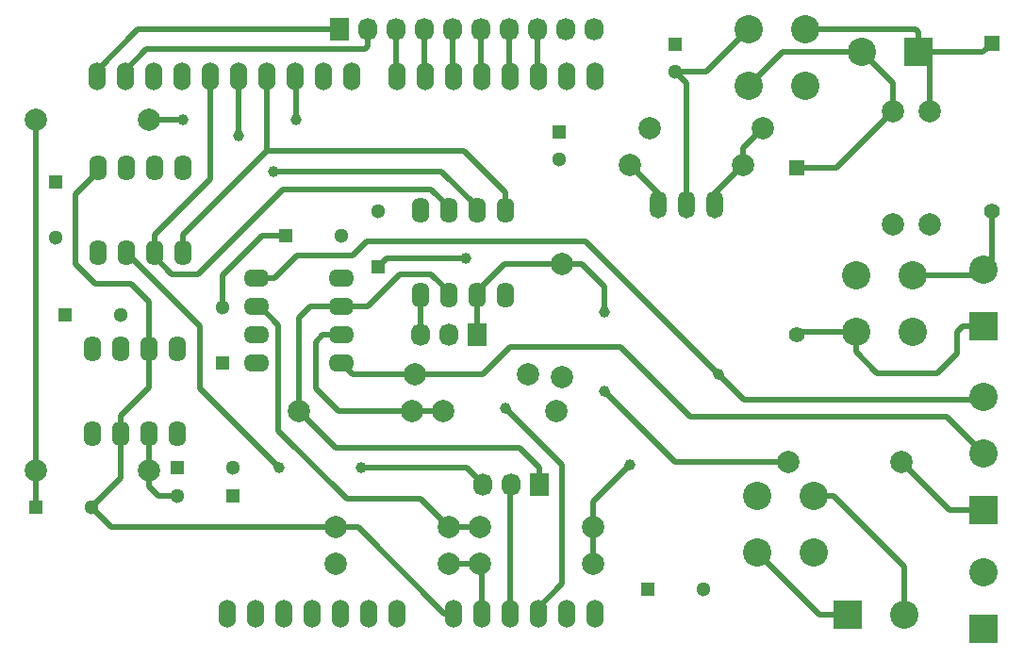
<source format=gbr>
G04 #@! TF.FileFunction,Copper,L2,Bot,Signal*
%FSLAX46Y46*%
G04 Gerber Fmt 4.6, Leading zero omitted, Abs format (unit mm)*
G04 Created by KiCad (PCBNEW 4.0.2+dfsg1-stable) date dim. 24 juil. 2016 19:10:33 CEST*
%MOMM*%
G01*
G04 APERTURE LIST*
%ADD10C,0.100000*%
%ADD11O,1.524000X2.540000*%
%ADD12C,2.540000*%
%ADD13R,2.540000X2.540000*%
%ADD14C,1.998980*%
%ADD15R,1.300000X1.300000*%
%ADD16C,1.300000*%
%ADD17R,1.727200X2.032000*%
%ADD18O,1.727200X2.032000*%
%ADD19O,2.300000X1.600000*%
%ADD20O,1.600000X2.300000*%
%ADD21O,1.501140X2.499360*%
%ADD22R,1.400000X1.400000*%
%ADD23C,1.400000*%
%ADD24C,1.000000*%
%ADD25C,0.500000*%
G04 APERTURE END LIST*
D10*
D11*
X212001100Y-102463600D03*
X209461100Y-102463600D03*
X206921100Y-102463600D03*
X199301100Y-102463600D03*
X201841100Y-102463600D03*
X204381100Y-102463600D03*
X194221100Y-102463600D03*
X191681100Y-102463600D03*
X189141100Y-102463600D03*
X184061100Y-102463600D03*
X181521100Y-102463600D03*
X212001100Y-54203600D03*
X209461100Y-54203600D03*
X206921100Y-54203600D03*
X204381100Y-54203600D03*
X201841100Y-54203600D03*
X199301100Y-54203600D03*
X196761100Y-54203600D03*
X194221100Y-54203600D03*
X190157100Y-54203600D03*
X187617100Y-54203600D03*
X185077100Y-54203600D03*
X182537100Y-54203600D03*
X179997100Y-54203600D03*
X177457100Y-54203600D03*
X174917100Y-54203600D03*
X172377100Y-54203600D03*
X186601100Y-102463600D03*
X169837100Y-54203600D03*
X167297100Y-54203600D03*
X178981100Y-102463600D03*
D12*
X226568000Y-91948000D03*
X226568000Y-97028000D03*
X231648000Y-97028000D03*
X231648000Y-91948000D03*
X240554919Y-77199081D03*
X240554919Y-72119081D03*
X235474919Y-72119081D03*
X235474919Y-77199081D03*
X230886000Y-55118000D03*
X230886000Y-50038000D03*
X225806000Y-50038000D03*
X225806000Y-55118000D03*
D13*
X234696000Y-102616000D03*
D12*
X239776000Y-102616000D03*
D14*
X188722000Y-94742000D03*
X198882000Y-94742000D03*
D15*
X178562000Y-80010000D03*
D16*
X178562000Y-75010000D03*
D13*
X246888000Y-93218000D03*
D12*
X246888000Y-88138000D03*
X246888000Y-83058000D03*
D15*
X216742000Y-100330000D03*
D16*
X221742000Y-100330000D03*
D15*
X179498000Y-91948000D03*
D16*
X174498000Y-91948000D03*
D15*
X161798000Y-92964000D03*
D16*
X166798000Y-92964000D03*
X219202000Y-53848000D03*
D15*
X219202000Y-51348000D03*
D16*
X208788000Y-61722000D03*
D15*
X208788000Y-59222000D03*
X174498000Y-89408000D03*
D16*
X179498000Y-89408000D03*
D15*
X164418000Y-75692000D03*
D16*
X169418000Y-75692000D03*
D15*
X163576000Y-63754000D03*
D16*
X163576000Y-68754000D03*
D15*
X192532000Y-71374000D03*
D16*
X192532000Y-66374000D03*
D15*
X184230000Y-68580000D03*
D16*
X189230000Y-68580000D03*
D17*
X201422000Y-77470000D03*
D18*
X198882000Y-77470000D03*
X196342000Y-77470000D03*
D17*
X207010000Y-90932000D03*
D18*
X204470000Y-90932000D03*
X201930000Y-90932000D03*
D13*
X246888000Y-103886000D03*
D12*
X246888000Y-98806000D03*
D13*
X246888000Y-76708000D03*
D12*
X246888000Y-71628000D03*
D13*
X241046000Y-52070000D03*
D12*
X235966000Y-52070000D03*
D14*
X201676000Y-98044000D03*
X211836000Y-98044000D03*
X188722000Y-98044000D03*
X198882000Y-98044000D03*
X201676000Y-94742000D03*
X211836000Y-94742000D03*
X161798000Y-89662000D03*
X171958000Y-89662000D03*
X171958000Y-58166000D03*
X161798000Y-58166000D03*
X238760000Y-67564000D03*
X238760000Y-57404000D03*
X242062000Y-67564000D03*
X242062000Y-57404000D03*
X239522000Y-88900000D03*
X229362000Y-88900000D03*
X209042000Y-71120000D03*
X209042000Y-81280000D03*
X195834000Y-81026000D03*
X205994000Y-81026000D03*
X208534000Y-84328000D03*
X198374000Y-84328000D03*
X185420000Y-84328000D03*
X195580000Y-84328000D03*
X216916000Y-58928000D03*
X227076000Y-58928000D03*
X225298000Y-62230000D03*
X215138000Y-62230000D03*
D19*
X181610000Y-72390000D03*
X181610000Y-74930000D03*
X181610000Y-77470000D03*
X181610000Y-80010000D03*
X189230000Y-80010000D03*
X189230000Y-77470000D03*
X189230000Y-74930000D03*
X189230000Y-72390000D03*
D20*
X166878000Y-86360000D03*
X169418000Y-86360000D03*
X171958000Y-86360000D03*
X174498000Y-86360000D03*
X174498000Y-78740000D03*
X171958000Y-78740000D03*
X169418000Y-78740000D03*
X166878000Y-78740000D03*
X167386000Y-70104000D03*
X169926000Y-70104000D03*
X172466000Y-70104000D03*
X175006000Y-70104000D03*
X175006000Y-62484000D03*
X172466000Y-62484000D03*
X169926000Y-62484000D03*
X167386000Y-62484000D03*
D21*
X220218000Y-65786000D03*
X222758000Y-65786000D03*
X217678000Y-65786000D03*
D20*
X196342000Y-73914000D03*
X198882000Y-73914000D03*
X201422000Y-73914000D03*
X203962000Y-73914000D03*
X203962000Y-66294000D03*
X201422000Y-66294000D03*
X198882000Y-66294000D03*
X196342000Y-66294000D03*
D17*
X189103000Y-50038000D03*
D18*
X191643000Y-50038000D03*
X194183000Y-50038000D03*
X196723000Y-50038000D03*
X199263000Y-50038000D03*
X201803000Y-50038000D03*
X204343000Y-50038000D03*
X206883000Y-50038000D03*
X209423000Y-50038000D03*
X211963000Y-50038000D03*
D22*
X230124000Y-62470000D03*
D23*
X230124000Y-77470000D03*
D22*
X247650000Y-51308000D03*
D23*
X247650000Y-66308000D03*
D24*
X200406000Y-70612000D03*
X212852000Y-75438000D03*
X212852000Y-82550000D03*
X203962000Y-84074000D03*
X191008000Y-89408000D03*
X183642000Y-89408000D03*
X223158255Y-81026000D03*
X215138000Y-89154000D03*
X185166000Y-58166000D03*
X175006000Y-58166000D03*
X183169674Y-62787792D03*
X179992345Y-59610464D03*
D25*
X178562000Y-72136000D02*
X182118000Y-68580000D01*
X193294000Y-70612000D02*
X200406000Y-70612000D01*
X178562000Y-75010000D02*
X178562000Y-72136000D01*
X182118000Y-68580000D02*
X184230000Y-68580000D01*
X192532000Y-71374000D02*
X193294000Y-70612000D01*
X171958000Y-89662000D02*
X171958000Y-91075492D01*
X171958000Y-91075492D02*
X172830508Y-91948000D01*
X172830508Y-91948000D02*
X174498000Y-91948000D01*
X171958000Y-86360000D02*
X171958000Y-89662000D01*
X161798000Y-89662000D02*
X161798000Y-58166000D01*
X161798000Y-89662000D02*
X161798000Y-92964000D01*
X167386000Y-62484000D02*
X167386000Y-62834000D01*
X171958000Y-74484628D02*
X171958000Y-78740000D01*
X167386000Y-62834000D02*
X165354000Y-64866000D01*
X165354000Y-64866000D02*
X165354000Y-71120000D01*
X170371372Y-72898000D02*
X171958000Y-74484628D01*
X165354000Y-71120000D02*
X167132000Y-72898000D01*
X167132000Y-72898000D02*
X170371372Y-72898000D01*
X188722000Y-94742000D02*
X168576000Y-94742000D01*
X168576000Y-94742000D02*
X166798000Y-92964000D01*
X188722000Y-94742000D02*
X190754000Y-94742000D01*
X190754000Y-94742000D02*
X198475600Y-102463600D01*
X198475600Y-102463600D02*
X199301100Y-102463600D01*
X169418000Y-86360000D02*
X169418000Y-90344000D01*
X169418000Y-90344000D02*
X166798000Y-92964000D01*
X169418000Y-86360000D02*
X169418000Y-84710000D01*
X171958000Y-80390000D02*
X171958000Y-78740000D01*
X169418000Y-84710000D02*
X171958000Y-82170000D01*
X171958000Y-82170000D02*
X171958000Y-80390000D01*
X230124000Y-62470000D02*
X233694000Y-62470000D01*
X233694000Y-62470000D02*
X238760000Y-57404000D01*
X235966000Y-52070000D02*
X228854000Y-52070000D01*
X228854000Y-52070000D02*
X225806000Y-55118000D01*
X238760000Y-57404000D02*
X238760000Y-54864000D01*
X238760000Y-54864000D02*
X235966000Y-52070000D01*
X235474919Y-77199081D02*
X235474919Y-78995132D01*
X235474919Y-78995132D02*
X237384324Y-80904537D01*
X242799065Y-80904537D02*
X244574920Y-79128682D01*
X237384324Y-80904537D02*
X242799065Y-80904537D01*
X244574920Y-79128682D02*
X244574920Y-77211610D01*
X244574920Y-77211610D02*
X245078530Y-76708000D01*
X245078530Y-76708000D02*
X246888000Y-76708000D01*
X246634000Y-76962000D02*
X246634000Y-76708000D01*
X235458000Y-77216000D02*
X230378000Y-77216000D01*
X230378000Y-77216000D02*
X230124000Y-77470000D01*
X246272398Y-76708000D02*
X246634000Y-76708000D01*
X230886000Y-50038000D02*
X240784000Y-50038000D01*
X240784000Y-50038000D02*
X241046000Y-50300000D01*
X241046000Y-50300000D02*
X241046000Y-52070000D01*
X242062000Y-57404000D02*
X242062000Y-53086000D01*
X242062000Y-53086000D02*
X241046000Y-52070000D01*
X241046000Y-52070000D02*
X246874000Y-52070000D01*
X246874000Y-52070000D02*
X247142000Y-51802000D01*
X247650000Y-66308000D02*
X247650000Y-70866000D01*
X247650000Y-70866000D02*
X246888000Y-71628000D01*
X240554919Y-72119081D02*
X246396919Y-72119081D01*
X246396919Y-72119081D02*
X246888000Y-71628000D01*
X246126000Y-72136000D02*
X246634000Y-71628000D01*
X220218000Y-65786000D02*
X220218000Y-54864000D01*
X220218000Y-54864000D02*
X219202000Y-53848000D01*
X225806000Y-50038000D02*
X221996000Y-53848000D01*
X221996000Y-53848000D02*
X219202000Y-53848000D01*
X217678000Y-65786000D02*
X217678000Y-64770000D01*
X217678000Y-64770000D02*
X215138000Y-62230000D01*
X226568000Y-97028000D02*
X232156000Y-102616000D01*
X232156000Y-102616000D02*
X234696000Y-102616000D01*
X246888000Y-93218000D02*
X243840000Y-93218000D01*
X243840000Y-93218000D02*
X239522000Y-88900000D01*
X218694000Y-88392000D02*
X218440000Y-88138000D01*
X218440000Y-88138000D02*
X212852000Y-82550000D01*
X229362000Y-88900000D02*
X219202000Y-88900000D01*
X219202000Y-88900000D02*
X218440000Y-88138000D01*
X212852000Y-73152000D02*
X210820000Y-71120000D01*
X210820000Y-71120000D02*
X209042000Y-71120000D01*
X212852000Y-75438000D02*
X212852000Y-73152000D01*
X209042000Y-71120000D02*
X203866000Y-71120000D01*
X203866000Y-71120000D02*
X201422000Y-73564000D01*
X201422000Y-73564000D02*
X201422000Y-73914000D01*
X201422000Y-77470000D02*
X201422000Y-73914000D01*
X203962000Y-84074000D02*
X209042000Y-89154000D01*
X209042000Y-89154000D02*
X209042000Y-99834700D01*
X209042000Y-99834700D02*
X206921100Y-101955600D01*
X206921100Y-101955600D02*
X206921100Y-102463600D01*
X196342000Y-77470000D02*
X196342000Y-73914000D01*
X189230000Y-74930000D02*
X191626002Y-74930000D01*
X197331990Y-72013990D02*
X198882000Y-73564000D01*
X191626002Y-74930000D02*
X194542012Y-72013990D01*
X194542012Y-72013990D02*
X197331990Y-72013990D01*
X198882000Y-73564000D02*
X198882000Y-73914000D01*
X207010000Y-90932000D02*
X207010000Y-89408000D01*
X207010000Y-89408000D02*
X205232000Y-87630000D01*
X205232000Y-87630000D02*
X188722000Y-87630000D01*
X188722000Y-87630000D02*
X185420000Y-84328000D01*
X185420000Y-75946000D02*
X186436000Y-74930000D01*
X186436000Y-74930000D02*
X189230000Y-74930000D01*
X185420000Y-84328000D02*
X185420000Y-75946000D01*
X204381100Y-102463600D02*
X204381100Y-91020900D01*
X204381100Y-91020900D02*
X204470000Y-90932000D01*
X204216000Y-102298500D02*
X204381100Y-102463600D01*
X191008000Y-89408000D02*
X200558400Y-89408000D01*
X200558400Y-89408000D02*
X201930000Y-90779600D01*
X201930000Y-90779600D02*
X201930000Y-90932000D01*
X176530000Y-82296000D02*
X183642000Y-89408000D01*
X176530000Y-76710045D02*
X176530000Y-82296000D01*
X169926000Y-70104000D02*
X169926000Y-70106045D01*
X169926000Y-70106045D02*
X176530000Y-76710045D01*
X195834000Y-81026000D02*
X201930000Y-81026000D01*
X201930000Y-81026000D02*
X204448133Y-78507867D01*
X204448133Y-78507867D02*
X214285496Y-78507867D01*
X214285496Y-78507867D02*
X220613629Y-84836000D01*
X220613629Y-84836000D02*
X243586000Y-84836000D01*
X243586000Y-84836000D02*
X246888000Y-88138000D01*
X195834000Y-81026000D02*
X190246000Y-81026000D01*
X190246000Y-81026000D02*
X189230000Y-80010000D01*
X223158255Y-81026000D02*
X225444255Y-83312000D01*
X211220255Y-69088000D02*
X223158255Y-81026000D01*
X181610000Y-72390000D02*
X183260000Y-72390000D01*
X190246000Y-70358000D02*
X191516000Y-69088000D01*
X183260000Y-72390000D02*
X185292000Y-70358000D01*
X185292000Y-70358000D02*
X190246000Y-70358000D01*
X191516000Y-69088000D02*
X211220255Y-69088000D01*
X225444255Y-83312000D02*
X246634000Y-83312000D01*
X246634000Y-83312000D02*
X246888000Y-83058000D01*
X246888000Y-83058000D02*
X246325215Y-83620785D01*
X211836000Y-92864984D02*
X211836000Y-92456000D01*
X211836000Y-92456000D02*
X215138000Y-89154000D01*
X211836000Y-94742000D02*
X211836000Y-92864984D01*
X211836000Y-98044000D02*
X211836000Y-94742000D01*
X201841100Y-102463600D02*
X201841100Y-98209100D01*
X201841100Y-98209100D02*
X201676000Y-98044000D01*
X198882000Y-98044000D02*
X201676000Y-98044000D01*
X198882000Y-94742000D02*
X196342000Y-92202000D01*
X196342000Y-92202000D02*
X189728020Y-92202000D01*
X189728020Y-92202000D02*
X183601279Y-86075259D01*
X183601279Y-86075259D02*
X183601279Y-76571279D01*
X183601279Y-76571279D02*
X181960000Y-74930000D01*
X181960000Y-74930000D02*
X181610000Y-74930000D01*
X198882000Y-94742000D02*
X201676000Y-94742000D01*
X185166000Y-58166000D02*
X185166000Y-54292500D01*
X185166000Y-54292500D02*
X185077100Y-54203600D01*
X171958000Y-58166000D02*
X175006000Y-58166000D01*
X185077100Y-54203600D02*
X185077100Y-54097295D01*
X195580000Y-84328000D02*
X198374000Y-84328000D01*
X186944000Y-82296000D02*
X188976000Y-84328000D01*
X188976000Y-84328000D02*
X195580000Y-84328000D01*
X186944000Y-78106000D02*
X186944000Y-82296000D01*
X189230000Y-77470000D02*
X187580000Y-77470000D01*
X187580000Y-77470000D02*
X186944000Y-78106000D01*
X225298000Y-62230000D02*
X225298000Y-60706000D01*
X225298000Y-60706000D02*
X227076000Y-58928000D01*
X222758000Y-65786000D02*
X222758000Y-64770000D01*
X222758000Y-64770000D02*
X225298000Y-62230000D01*
X201803000Y-50038000D02*
X201803000Y-54165500D01*
X201803000Y-54165500D02*
X201841100Y-54203600D01*
X199263000Y-50038000D02*
X199263000Y-54165500D01*
X199263000Y-54165500D02*
X199301100Y-54203600D01*
X196723000Y-50038000D02*
X196723000Y-54165500D01*
X196723000Y-54165500D02*
X196761100Y-54203600D01*
X175006000Y-70104000D02*
X175006000Y-68454000D01*
X175006000Y-68454000D02*
X182537100Y-60922900D01*
X203962000Y-66294000D02*
X203962000Y-64644000D01*
X203962000Y-64644000D02*
X200240900Y-60922900D01*
X200240900Y-60922900D02*
X182537100Y-60922900D01*
X182537100Y-60922900D02*
X182537100Y-55973600D01*
X182537100Y-55973600D02*
X182537100Y-54203600D01*
X201422000Y-66294000D02*
X201422000Y-65944000D01*
X198265792Y-62787792D02*
X183876780Y-62787792D01*
X201422000Y-65944000D02*
X198265792Y-62787792D01*
X183876780Y-62787792D02*
X183169674Y-62787792D01*
X179997100Y-59605709D02*
X179992345Y-59610464D01*
X179997100Y-54203600D02*
X179997100Y-59605709D01*
X198882000Y-66294000D02*
X198882000Y-65944000D01*
X198882000Y-65944000D02*
X197331990Y-64393990D01*
X197331990Y-64393990D02*
X184018010Y-64393990D01*
X184018010Y-64393990D02*
X176407990Y-72004010D01*
X172466000Y-70454000D02*
X172466000Y-70104000D01*
X176407990Y-72004010D02*
X174016010Y-72004010D01*
X174016010Y-72004010D02*
X172466000Y-70454000D01*
X172466000Y-70104000D02*
X172466000Y-68454000D01*
X172466000Y-68454000D02*
X177457100Y-63462900D01*
X177457100Y-63462900D02*
X177457100Y-55973600D01*
X177457100Y-55973600D02*
X177457100Y-54203600D01*
X167297100Y-54203600D02*
X167297100Y-53695600D01*
X167297100Y-53695600D02*
X170954700Y-50038000D01*
X170954700Y-50038000D02*
X187739400Y-50038000D01*
X187739400Y-50038000D02*
X189103000Y-50038000D01*
X169837100Y-54203600D02*
X169837100Y-53695600D01*
X169837100Y-53695600D02*
X171716700Y-51816000D01*
X171716700Y-51816000D02*
X191381000Y-51816000D01*
X191381000Y-51816000D02*
X191643000Y-51554000D01*
X191643000Y-51554000D02*
X191643000Y-50038000D01*
X194183000Y-50038000D02*
X194183000Y-54165500D01*
X194183000Y-54165500D02*
X194221100Y-54203600D01*
X204343000Y-50038000D02*
X204343000Y-54165500D01*
X204343000Y-54165500D02*
X204381100Y-54203600D01*
X206883000Y-50038000D02*
X206883000Y-54165500D01*
X206883000Y-54165500D02*
X206921100Y-54203600D01*
X231648000Y-91948000D02*
X233444051Y-91948000D01*
X233444051Y-91948000D02*
X239776000Y-98279949D01*
X239776000Y-98279949D02*
X239776000Y-100819949D01*
X239776000Y-100819949D02*
X239776000Y-102616000D01*
M02*

</source>
